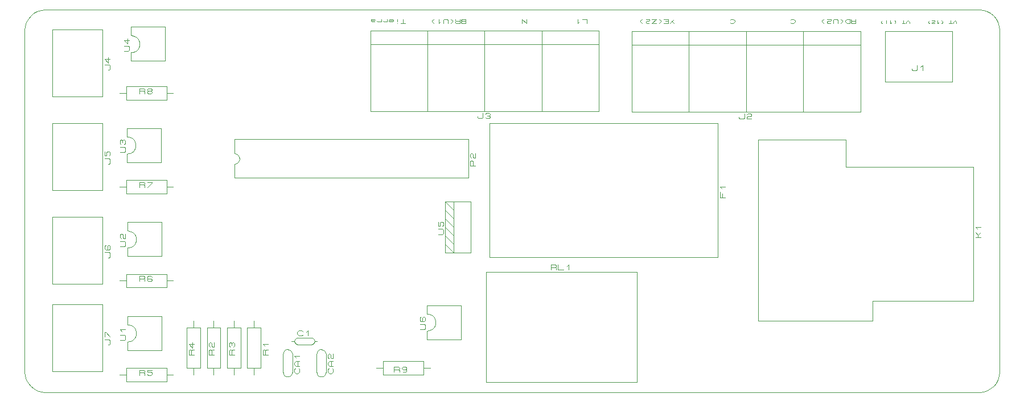
<source format=gbr>
G04 PROTEUS GERBER X2 FILE*
%TF.GenerationSoftware,Labcenter,Proteus,8.17-SP2-Build37159*%
%TF.CreationDate,2025-10-20T01:17:28+00:00*%
%TF.FileFunction,Legend,Top*%
%TF.FilePolarity,Positive*%
%TF.Part,Single*%
%TF.SameCoordinates,{dfd261b3-5dba-4516-bcbd-5d7d19192189}*%
%FSLAX45Y45*%
%MOMM*%
G01*
%TA.AperFunction,Profile*%
%ADD19C,0.101600*%
%TA.AperFunction,Material*%
%ADD20C,0.101600*%
%TA.AperFunction,NonMaterial*%
%ADD21C,0.101600*%
%TD.AperFunction*%
D19*
X+3390000Y+2940000D02*
X+3450453Y+2933904D01*
X+3506763Y+2916421D01*
X+3557722Y+2888758D01*
X+3602122Y+2852122D01*
X+3638758Y+2807722D01*
X+3666421Y+2756763D01*
X+3683904Y+2700453D01*
X+3690000Y+2640000D01*
X+3390000Y-2760000D02*
X+3450453Y-2753904D01*
X+3506763Y-2736421D01*
X+3557722Y-2708758D01*
X+3602122Y-2672122D01*
X+3638758Y-2627722D01*
X+3666421Y-2576763D01*
X+3683904Y-2520453D01*
X+3690000Y-2460000D01*
X-10810000Y-2460000D02*
X-10803904Y-2520453D01*
X-10786421Y-2576763D01*
X-10758758Y-2627722D01*
X-10722122Y-2672122D01*
X-10677722Y-2708758D01*
X-10626763Y-2736421D01*
X-10570453Y-2753904D01*
X-10510000Y-2760000D01*
X-10810000Y+2640000D02*
X-10803904Y+2700453D01*
X-10786421Y+2756763D01*
X-10758758Y+2807722D01*
X-10722122Y+2852122D01*
X-10677722Y+2888758D01*
X-10626763Y+2916421D01*
X-10570453Y+2933904D01*
X-10510000Y+2940000D01*
X-10810000Y-2460000D02*
X-10810000Y+2640000D01*
X-10510000Y+2940000D02*
X+3390000Y+2940000D01*
X+3690000Y+2640000D02*
X+3690000Y-2460000D01*
X+3390000Y-2760000D02*
X-10510000Y-2760000D01*
D20*
X+1990000Y+2620000D02*
X+2990000Y+2620000D01*
X+1990000Y+1870000D02*
X+2990000Y+1870000D01*
X+1990000Y+2620000D02*
X+1990000Y+1870000D01*
X+2990000Y+1870000D02*
X+2990000Y+2620000D01*
X+2383320Y+2065880D02*
X+2383320Y+2053180D01*
X+2396655Y+2040480D01*
X+2449995Y+2040480D01*
X+2463330Y+2053180D01*
X+2463330Y+2116680D01*
X+2516670Y+2091280D02*
X+2543340Y+2116680D01*
X+2543340Y+2040480D01*
X+1620000Y+1420000D02*
X+1620000Y+2620000D01*
X-1780000Y+2620000D01*
X-1780000Y+1420000D01*
X+1620000Y+1420000D02*
X-1780000Y+1420000D01*
X+770000Y+1420000D02*
X+770000Y+2620000D01*
X-80000Y+1420000D02*
X-80000Y+2620000D01*
X-930000Y+1420000D02*
X-930000Y+2620000D01*
X+1620000Y+2420000D02*
X-1780000Y+2420000D01*
X-186680Y+1338720D02*
X-186680Y+1326020D01*
X-173345Y+1313320D01*
X-120005Y+1313320D01*
X-106670Y+1326020D01*
X-106670Y+1389520D01*
X-66665Y+1376820D02*
X-53330Y+1389520D01*
X-13325Y+1389520D01*
X+10Y+1376820D01*
X+10Y+1364120D01*
X-13325Y+1351420D01*
X-53330Y+1351420D01*
X-66665Y+1338720D01*
X-66665Y+1313320D01*
X+10Y+1313320D01*
D21*
X+2350000Y+2735240D02*
X+2350000Y+2758100D01*
X+2326188Y+2780960D01*
X+2302375Y+2758100D01*
X+2302375Y+2735240D01*
X+2286500Y+2735240D02*
X+2238875Y+2735240D01*
X+2262688Y+2735240D02*
X+2262688Y+2780960D01*
X+2127750Y+2735240D02*
X+2143625Y+2750480D01*
X+2143625Y+2765720D01*
X+2127750Y+2780960D01*
X+2080125Y+2750480D02*
X+2064250Y+2735240D01*
X+2064250Y+2780960D01*
X+2016625Y+2750480D02*
X+2000750Y+2735240D01*
X+2000750Y+2780960D01*
X+1945188Y+2735240D02*
X+1929313Y+2750480D01*
X+1929313Y+2765720D01*
X+1945188Y+2780960D01*
X+3050000Y+2735240D02*
X+3050000Y+2758100D01*
X+3026188Y+2780960D01*
X+3002375Y+2758100D01*
X+3002375Y+2735240D01*
X+2986500Y+2735240D02*
X+2938875Y+2735240D01*
X+2962688Y+2735240D02*
X+2962688Y+2780960D01*
X+2827750Y+2735240D02*
X+2843625Y+2750480D01*
X+2843625Y+2765720D01*
X+2827750Y+2780960D01*
X+2780125Y+2750480D02*
X+2764250Y+2735240D01*
X+2764250Y+2780960D01*
X+2724563Y+2742860D02*
X+2716625Y+2735240D01*
X+2692813Y+2735240D01*
X+2684875Y+2742860D01*
X+2684875Y+2750480D01*
X+2692813Y+2758100D01*
X+2716625Y+2758100D01*
X+2724563Y+2765720D01*
X+2724563Y+2780960D01*
X+2684875Y+2780960D01*
X+2645188Y+2735240D02*
X+2629313Y+2750480D01*
X+2629313Y+2765720D01*
X+2645188Y+2780960D01*
D20*
X+3300000Y+600000D02*
X+3300000Y-1400000D01*
X+1400000Y+600000D02*
X+3300000Y+600000D01*
X+1400000Y+600000D02*
X+1400000Y+1000000D01*
X+200000Y+1000000D01*
X+100000Y+1000000D01*
X+100000Y-1700000D01*
X+3300000Y-1400000D02*
X+1800000Y-1400000D01*
X+1800000Y-1700000D01*
X+100000Y-1700000D02*
X+1800000Y-1700000D01*
X+3330480Y-456680D02*
X+3406680Y-456680D01*
X+3330480Y-376670D02*
X+3368580Y-416675D01*
X+3406680Y-376670D01*
X+3368580Y-456680D02*
X+3368580Y-416675D01*
X+3355880Y-323330D02*
X+3330480Y-296660D01*
X+3406680Y-296660D01*
D21*
X+1550000Y+2801280D02*
X+1550000Y+2740320D01*
X+1494438Y+2740320D01*
X+1483325Y+2750480D01*
X+1483325Y+2760640D01*
X+1494438Y+2770800D01*
X+1550000Y+2770800D01*
X+1494438Y+2770800D02*
X+1483325Y+2780960D01*
X+1483325Y+2801280D01*
X+1461100Y+2801280D02*
X+1461100Y+2740320D01*
X+1416650Y+2740320D01*
X+1394425Y+2760640D01*
X+1394425Y+2780960D01*
X+1416650Y+2801280D01*
X+1461100Y+2801280D01*
X+1327750Y+2740320D02*
X+1349975Y+2760640D01*
X+1349975Y+2780960D01*
X+1327750Y+2801280D01*
X+1283300Y+2740320D02*
X+1283300Y+2791120D01*
X+1272188Y+2801280D01*
X+1227738Y+2801280D01*
X+1216625Y+2791120D01*
X+1216625Y+2740320D01*
X+1183288Y+2750480D02*
X+1172175Y+2740320D01*
X+1138838Y+2740320D01*
X+1127725Y+2750480D01*
X+1127725Y+2760640D01*
X+1138838Y+2770800D01*
X+1172175Y+2770800D01*
X+1183288Y+2780960D01*
X+1183288Y+2801280D01*
X+1127725Y+2801280D01*
X+1072163Y+2740320D02*
X+1049938Y+2760640D01*
X+1049938Y+2780960D01*
X+1072163Y+2801280D01*
X+583325Y+2791120D02*
X+594438Y+2801280D01*
X+627775Y+2801280D01*
X+650000Y+2780960D01*
X+650000Y+2760640D01*
X+627775Y+2740320D01*
X+594438Y+2740320D01*
X+583325Y+2750480D01*
X-316675Y+2791120D02*
X-305562Y+2801280D01*
X-272225Y+2801280D01*
X-250000Y+2780960D01*
X-250000Y+2760640D01*
X-272225Y+2740320D01*
X-305562Y+2740320D01*
X-316675Y+2750480D01*
X-1216675Y+2740320D02*
X-1150000Y+2801280D01*
X-1150000Y+2740320D02*
X-1183337Y+2770800D01*
X-1305575Y+2801280D02*
X-1238900Y+2801280D01*
X-1238900Y+2740320D01*
X-1305575Y+2740320D01*
X-1238900Y+2770800D02*
X-1283350Y+2770800D01*
X-1372250Y+2740320D02*
X-1350025Y+2760640D01*
X-1350025Y+2780960D01*
X-1372250Y+2801280D01*
X-1416700Y+2740320D02*
X-1483375Y+2740320D01*
X-1416700Y+2801280D01*
X-1483375Y+2801280D01*
X-1516712Y+2750480D02*
X-1527825Y+2740320D01*
X-1561162Y+2740320D01*
X-1572275Y+2750480D01*
X-1572275Y+2760640D01*
X-1561162Y+2770800D01*
X-1527825Y+2770800D01*
X-1516712Y+2780960D01*
X-1516712Y+2801280D01*
X-1572275Y+2801280D01*
X-1627837Y+2740320D02*
X-1650062Y+2760640D01*
X-1650062Y+2780960D01*
X-1627837Y+2801280D01*
X-2450000Y+2740320D02*
X-2450000Y+2801280D01*
X-2516675Y+2801280D01*
X-2561125Y+2760640D02*
X-2583350Y+2740320D01*
X-2583350Y+2801280D01*
X-3350000Y+2801280D02*
X-3350000Y+2740320D01*
X-3416675Y+2801280D01*
X-3416675Y+2740320D01*
X-4250000Y+2801280D02*
X-4250000Y+2740320D01*
X-4305562Y+2740320D01*
X-4316675Y+2750480D01*
X-4316675Y+2760640D01*
X-4305562Y+2770800D01*
X-4316675Y+2780960D01*
X-4316675Y+2791120D01*
X-4305562Y+2801280D01*
X-4250000Y+2801280D01*
X-4250000Y+2770800D02*
X-4305562Y+2770800D01*
X-4338900Y+2801280D02*
X-4338900Y+2740320D01*
X-4394462Y+2740320D01*
X-4405575Y+2750480D01*
X-4405575Y+2760640D01*
X-4394462Y+2770800D01*
X-4338900Y+2770800D01*
X-4394462Y+2770800D02*
X-4405575Y+2780960D01*
X-4405575Y+2801280D01*
X-4472250Y+2740320D02*
X-4450025Y+2760640D01*
X-4450025Y+2780960D01*
X-4472250Y+2801280D01*
X-4516700Y+2740320D02*
X-4516700Y+2791120D01*
X-4527812Y+2801280D01*
X-4572262Y+2801280D01*
X-4583375Y+2791120D01*
X-4583375Y+2740320D01*
X-4627825Y+2760640D02*
X-4650050Y+2740320D01*
X-4650050Y+2801280D01*
X-4727837Y+2740320D02*
X-4750062Y+2760640D01*
X-4750062Y+2780960D01*
X-4727837Y+2801280D01*
X-5150000Y+2740320D02*
X-5216675Y+2740320D01*
X-5183337Y+2740320D02*
X-5183337Y+2801280D01*
X-5272237Y+2760640D02*
X-5272237Y+2801280D01*
X-5272237Y+2740320D02*
X-5272237Y+2740320D01*
X-5327800Y+2780960D02*
X-5394475Y+2780960D01*
X-5394475Y+2770800D01*
X-5383362Y+2760640D01*
X-5338912Y+2760640D01*
X-5327800Y+2770800D01*
X-5327800Y+2791120D01*
X-5338912Y+2801280D01*
X-5383362Y+2801280D01*
X-5416700Y+2801280D02*
X-5416700Y+2760640D01*
X-5416700Y+2770800D02*
X-5427812Y+2760640D01*
X-5472262Y+2760640D01*
X-5483375Y+2770800D01*
X-5505600Y+2801280D02*
X-5505600Y+2760640D01*
X-5505600Y+2770800D02*
X-5516712Y+2760640D01*
X-5561162Y+2760640D01*
X-5572275Y+2770800D01*
X-5605612Y+2760640D02*
X-5650062Y+2760640D01*
X-5661175Y+2770800D01*
X-5661175Y+2801280D01*
X-5605612Y+2801280D01*
X-5594500Y+2791120D01*
X-5605612Y+2780960D01*
X-5661175Y+2780960D01*
D20*
X-500000Y+1250000D02*
X-3900000Y+1250000D01*
X-500000Y+1250000D02*
X-500000Y-750000D01*
X-3900000Y+1250000D02*
X-3900000Y-750000D01*
X-500000Y-750000D02*
X-3900000Y-750000D01*
X-393320Y+143320D02*
X-469520Y+143320D01*
X-469520Y+223330D01*
X-431420Y+143320D02*
X-431420Y+196660D01*
X-444120Y+276670D02*
X-469520Y+303340D01*
X-393320Y+303340D01*
X-4427000Y-681000D02*
X-4173000Y-681000D01*
X-4173000Y+81000D01*
X-4427000Y+81000D01*
X-4427000Y-681000D01*
X-4554000Y-681000D01*
X-4554000Y+81000D01*
X-4427000Y+81000D01*
X-4427000Y-681000D02*
X-4554000Y-554000D01*
X-4427000Y-554000D02*
X-4554000Y-427000D01*
X-4427000Y-427000D02*
X-4554000Y-300000D01*
X-4427000Y-300000D02*
X-4554000Y-173000D01*
X-4427000Y-173000D02*
X-4554000Y-46000D01*
X-4427000Y-46000D02*
X-4554000Y+81000D01*
X-4660680Y-406680D02*
X-4597180Y-406680D01*
X-4584480Y-393345D01*
X-4584480Y-340005D01*
X-4597180Y-326670D01*
X-4660680Y-326670D01*
X-4660680Y-219990D02*
X-4660680Y-286665D01*
X-4635280Y-286665D01*
X-4635280Y-233325D01*
X-4622580Y-219990D01*
X-4597180Y-219990D01*
X-4584480Y-233325D01*
X-4584480Y-273330D01*
X-4597180Y-286665D01*
X-3950000Y-2609000D02*
X-1700000Y-2609000D01*
X-1700000Y-969000D01*
X-3950000Y-969000D01*
X-3950000Y-2609000D01*
X-2985020Y-938520D02*
X-2985020Y-862320D01*
X-2918345Y-862320D01*
X-2905010Y-875020D01*
X-2905010Y-887720D01*
X-2918345Y-900420D01*
X-2985020Y-900420D01*
X-2918345Y-900420D02*
X-2905010Y-913120D01*
X-2905010Y-938520D01*
X-2878340Y-862320D02*
X-2878340Y-938520D01*
X-2798330Y-938520D01*
X-2744990Y-887720D02*
X-2718320Y-862320D01*
X-2718320Y-938520D01*
X-7691460Y+438000D02*
X-4211460Y+438000D01*
X-7691460Y+1008000D02*
X-4211460Y+1008000D01*
X-4211460Y+438000D02*
X-4211460Y+1008000D01*
X-7691460Y+638000D02*
X-7660323Y+644288D01*
X-7634894Y+661434D01*
X-7617748Y+686863D01*
X-7611460Y+718000D01*
X-7617748Y+749137D01*
X-7634894Y+774566D01*
X-7660323Y+791712D01*
X-7691460Y+798000D01*
X-7691460Y+1008000D02*
X-7691460Y+798000D01*
X-7691460Y+438000D02*
X-7691460Y+638000D01*
X-4104780Y+612320D02*
X-4180980Y+612320D01*
X-4180980Y+678995D01*
X-4168280Y+692330D01*
X-4155580Y+692330D01*
X-4142880Y+678995D01*
X-4142880Y+612320D01*
X-4168280Y+732335D02*
X-4180980Y+745670D01*
X-4180980Y+785675D01*
X-4168280Y+799010D01*
X-4155580Y+799010D01*
X-4142880Y+785675D01*
X-4142880Y+745670D01*
X-4130180Y+732335D01*
X-4104780Y+732335D01*
X-4104780Y+799010D01*
X-9650000Y+2650000D02*
X-9650000Y+1650000D01*
X-10400000Y+2650000D02*
X-10400000Y+1650000D01*
X-9650000Y+2650000D02*
X-10400000Y+2650000D01*
X-10400000Y+1650000D02*
X-9650000Y+1650000D01*
X-9568720Y+2043320D02*
X-9556020Y+2043320D01*
X-9543320Y+2056655D01*
X-9543320Y+2109995D01*
X-9556020Y+2123330D01*
X-9619520Y+2123330D01*
X-9568720Y+2230010D02*
X-9568720Y+2150000D01*
X-9619520Y+2203340D01*
X-9543320Y+2203340D01*
X-9650000Y+1250000D02*
X-9650000Y+250000D01*
X-10400000Y+1250000D02*
X-10400000Y+250000D01*
X-9650000Y+1250000D02*
X-10400000Y+1250000D01*
X-10400000Y+250000D02*
X-9650000Y+250000D01*
X-9568720Y+643320D02*
X-9556020Y+643320D01*
X-9543320Y+656655D01*
X-9543320Y+709995D01*
X-9556020Y+723330D01*
X-9619520Y+723330D01*
X-9619520Y+830010D02*
X-9619520Y+763335D01*
X-9594120Y+763335D01*
X-9594120Y+816675D01*
X-9581420Y+830010D01*
X-9556020Y+830010D01*
X-9543320Y+816675D01*
X-9543320Y+776670D01*
X-9556020Y+763335D01*
X-9650000Y-150000D02*
X-9650000Y-1150000D01*
X-10400000Y-150000D02*
X-10400000Y-1150000D01*
X-9650000Y-150000D02*
X-10400000Y-150000D01*
X-10400000Y-1150000D02*
X-9650000Y-1150000D01*
X-9568720Y-756680D02*
X-9556020Y-756680D01*
X-9543320Y-743345D01*
X-9543320Y-690005D01*
X-9556020Y-676670D01*
X-9619520Y-676670D01*
X-9606820Y-569990D02*
X-9619520Y-583325D01*
X-9619520Y-623330D01*
X-9606820Y-636665D01*
X-9556020Y-636665D01*
X-9543320Y-623330D01*
X-9543320Y-583325D01*
X-9556020Y-569990D01*
X-9568720Y-569990D01*
X-9581420Y-583325D01*
X-9581420Y-636665D01*
X-9650000Y-1450000D02*
X-9650000Y-2450000D01*
X-10400000Y-1450000D02*
X-10400000Y-2450000D01*
X-9650000Y-1450000D02*
X-10400000Y-1450000D01*
X-10400000Y-2450000D02*
X-9650000Y-2450000D01*
X-9568720Y-2056680D02*
X-9556020Y-2056680D01*
X-9543320Y-2043345D01*
X-9543320Y-1990005D01*
X-9556020Y-1976670D01*
X-9619520Y-1976670D01*
X-9619520Y-1936665D02*
X-9619520Y-1869990D01*
X-9606820Y-1869990D01*
X-9543320Y-1936665D01*
X-8600000Y+1700000D02*
X-8700000Y+1700000D01*
X-8700000Y+1600000D02*
X-8700000Y+1800000D01*
X-9300000Y+1800000D01*
X-9300000Y+1600000D01*
X-8700000Y+1600000D01*
X-9300000Y+1700000D02*
X-9400000Y+1700000D01*
X-9106680Y+1693320D02*
X-9106680Y+1769520D01*
X-9040005Y+1769520D01*
X-9026670Y+1756820D01*
X-9026670Y+1744120D01*
X-9040005Y+1731420D01*
X-9106680Y+1731420D01*
X-9040005Y+1731420D02*
X-9026670Y+1718720D01*
X-9026670Y+1693320D01*
X-8973330Y+1731420D02*
X-8986665Y+1744120D01*
X-8986665Y+1756820D01*
X-8973330Y+1769520D01*
X-8933325Y+1769520D01*
X-8919990Y+1756820D01*
X-8919990Y+1744120D01*
X-8933325Y+1731420D01*
X-8973330Y+1731420D01*
X-8986665Y+1718720D01*
X-8986665Y+1706020D01*
X-8973330Y+1693320D01*
X-8933325Y+1693320D01*
X-8919990Y+1706020D01*
X-8919990Y+1718720D01*
X-8933325Y+1731420D01*
X-8600000Y+300000D02*
X-8700000Y+300000D01*
X-8700000Y+200000D02*
X-8700000Y+400000D01*
X-9300000Y+400000D01*
X-9300000Y+200000D01*
X-8700000Y+200000D01*
X-9300000Y+300000D02*
X-9400000Y+300000D01*
X-9106680Y+293320D02*
X-9106680Y+369520D01*
X-9040005Y+369520D01*
X-9026670Y+356820D01*
X-9026670Y+344120D01*
X-9040005Y+331420D01*
X-9106680Y+331420D01*
X-9040005Y+331420D02*
X-9026670Y+318720D01*
X-9026670Y+293320D01*
X-8986665Y+369520D02*
X-8919990Y+369520D01*
X-8919990Y+356820D01*
X-8986665Y+293320D01*
X-8600000Y-1100000D02*
X-8700000Y-1100000D01*
X-8700000Y-1200000D02*
X-8700000Y-1000000D01*
X-9300000Y-1000000D01*
X-9300000Y-1200000D01*
X-8700000Y-1200000D01*
X-9300000Y-1100000D02*
X-9400000Y-1100000D01*
X-9106680Y-1106680D02*
X-9106680Y-1030480D01*
X-9040005Y-1030480D01*
X-9026670Y-1043180D01*
X-9026670Y-1055880D01*
X-9040005Y-1068580D01*
X-9106680Y-1068580D01*
X-9040005Y-1068580D02*
X-9026670Y-1081280D01*
X-9026670Y-1106680D01*
X-8919990Y-1043180D02*
X-8933325Y-1030480D01*
X-8973330Y-1030480D01*
X-8986665Y-1043180D01*
X-8986665Y-1093980D01*
X-8973330Y-1106680D01*
X-8933325Y-1106680D01*
X-8919990Y-1093980D01*
X-8919990Y-1081280D01*
X-8933325Y-1068580D01*
X-8986665Y-1068580D01*
X-8600000Y-2500000D02*
X-8700000Y-2500000D01*
X-8700000Y-2600000D02*
X-8700000Y-2400000D01*
X-9300000Y-2400000D01*
X-9300000Y-2600000D01*
X-8700000Y-2600000D01*
X-9300000Y-2500000D02*
X-9400000Y-2500000D01*
X-9106680Y-2506680D02*
X-9106680Y-2430480D01*
X-9040005Y-2430480D01*
X-9026670Y-2443180D01*
X-9026670Y-2455880D01*
X-9040005Y-2468580D01*
X-9106680Y-2468580D01*
X-9040005Y-2468580D02*
X-9026670Y-2481280D01*
X-9026670Y-2506680D01*
X-8919990Y-2430480D02*
X-8986665Y-2430480D01*
X-8986665Y-2455880D01*
X-8933325Y-2455880D01*
X-8919990Y-2468580D01*
X-8919990Y-2493980D01*
X-8933325Y-2506680D01*
X-8973330Y-2506680D01*
X-8986665Y-2493980D01*
X-9287000Y+1048000D02*
X-9287000Y+1175000D01*
X-8779000Y+1175000D01*
X-8779000Y+667000D01*
X-9287000Y+667000D01*
X-9287000Y+794000D01*
X-9160000Y+921000D02*
X-9162436Y+946876D01*
X-9169485Y+970848D01*
X-9180762Y+992438D01*
X-9195878Y+1011170D01*
X-9214446Y+1026569D01*
X-9236081Y+1038158D01*
X-9260394Y+1045460D01*
X-9287000Y+1048000D01*
X-9160000Y+921000D02*
X-9162436Y+894394D01*
X-9169485Y+870081D01*
X-9180762Y+848446D01*
X-9195878Y+829878D01*
X-9214446Y+814762D01*
X-9236081Y+803485D01*
X-9260394Y+796436D01*
X-9287000Y+794000D01*
X-9393680Y+814320D02*
X-9330180Y+814320D01*
X-9317480Y+827655D01*
X-9317480Y+880995D01*
X-9330180Y+894330D01*
X-9393680Y+894330D01*
X-9380980Y+934335D02*
X-9393680Y+947670D01*
X-9393680Y+987675D01*
X-9380980Y+1001010D01*
X-9368280Y+1001010D01*
X-9355580Y+987675D01*
X-9342880Y+1001010D01*
X-9330180Y+1001010D01*
X-9317480Y+987675D01*
X-9317480Y+947670D01*
X-9330180Y+934335D01*
X-9355580Y+961005D02*
X-9355580Y+987675D01*
X-9281000Y-354000D02*
X-9281000Y-227000D01*
X-8773000Y-227000D01*
X-8773000Y-735000D01*
X-9281000Y-735000D01*
X-9281000Y-608000D01*
X-9154000Y-481000D02*
X-9156436Y-455124D01*
X-9163485Y-431152D01*
X-9174762Y-409562D01*
X-9189878Y-390830D01*
X-9208446Y-375431D01*
X-9230081Y-363842D01*
X-9254394Y-356540D01*
X-9281000Y-354000D01*
X-9154000Y-481000D02*
X-9156436Y-507606D01*
X-9163485Y-531919D01*
X-9174762Y-553554D01*
X-9189878Y-572122D01*
X-9208446Y-587238D01*
X-9230081Y-598515D01*
X-9254394Y-605564D01*
X-9281000Y-608000D01*
X-9387680Y-587680D02*
X-9324180Y-587680D01*
X-9311480Y-574345D01*
X-9311480Y-521005D01*
X-9324180Y-507670D01*
X-9387680Y-507670D01*
X-9374980Y-467665D02*
X-9387680Y-454330D01*
X-9387680Y-414325D01*
X-9374980Y-400990D01*
X-9362280Y-400990D01*
X-9349580Y-414325D01*
X-9349580Y-454330D01*
X-9336880Y-467665D01*
X-9311480Y-467665D01*
X-9311480Y-400990D01*
X-9281000Y-1754000D02*
X-9281000Y-1627000D01*
X-8773000Y-1627000D01*
X-8773000Y-2135000D01*
X-9281000Y-2135000D01*
X-9281000Y-2008000D01*
X-9154000Y-1881000D02*
X-9156436Y-1855124D01*
X-9163485Y-1831152D01*
X-9174762Y-1809562D01*
X-9189878Y-1790830D01*
X-9208446Y-1775431D01*
X-9230081Y-1763842D01*
X-9254394Y-1756540D01*
X-9281000Y-1754000D01*
X-9154000Y-1881000D02*
X-9156436Y-1907606D01*
X-9163485Y-1931919D01*
X-9174762Y-1953554D01*
X-9189878Y-1972122D01*
X-9208446Y-1987238D01*
X-9230081Y-1998515D01*
X-9254394Y-2005564D01*
X-9281000Y-2008000D01*
X-9387680Y-1987680D02*
X-9324180Y-1987680D01*
X-9311480Y-1974345D01*
X-9311480Y-1921005D01*
X-9324180Y-1907670D01*
X-9387680Y-1907670D01*
X-9362280Y-1854330D02*
X-9387680Y-1827660D01*
X-9311480Y-1827660D01*
X-8300000Y-1700000D02*
X-8300000Y-1800000D01*
X-8200000Y-1800000D02*
X-8400000Y-1800000D01*
X-8400000Y-2400000D01*
X-8200000Y-2400000D01*
X-8200000Y-1800000D01*
X-8300000Y-2400000D02*
X-8300000Y-2500000D01*
X-8293320Y-2206680D02*
X-8369520Y-2206680D01*
X-8369520Y-2140005D01*
X-8356820Y-2126670D01*
X-8344120Y-2126670D01*
X-8331420Y-2140005D01*
X-8331420Y-2206680D01*
X-8331420Y-2140005D02*
X-8318720Y-2126670D01*
X-8293320Y-2126670D01*
X-8318720Y-2019990D02*
X-8318720Y-2100000D01*
X-8369520Y-2046660D01*
X-8293320Y-2046660D01*
X-8000000Y-1700000D02*
X-8000000Y-1800000D01*
X-7900000Y-1800000D02*
X-8100000Y-1800000D01*
X-8100000Y-2400000D01*
X-7900000Y-2400000D01*
X-7900000Y-1800000D01*
X-8000000Y-2400000D02*
X-8000000Y-2500000D01*
X-7993320Y-2206680D02*
X-8069520Y-2206680D01*
X-8069520Y-2140005D01*
X-8056820Y-2126670D01*
X-8044120Y-2126670D01*
X-8031420Y-2140005D01*
X-8031420Y-2206680D01*
X-8031420Y-2140005D02*
X-8018720Y-2126670D01*
X-7993320Y-2126670D01*
X-8056820Y-2086665D02*
X-8069520Y-2073330D01*
X-8069520Y-2033325D01*
X-8056820Y-2019990D01*
X-8044120Y-2019990D01*
X-8031420Y-2033325D01*
X-8031420Y-2073330D01*
X-8018720Y-2086665D01*
X-7993320Y-2086665D01*
X-7993320Y-2019990D01*
X-7700000Y-1700000D02*
X-7700000Y-1800000D01*
X-7600000Y-1800000D02*
X-7800000Y-1800000D01*
X-7800000Y-2400000D01*
X-7600000Y-2400000D01*
X-7600000Y-1800000D01*
X-7700000Y-2400000D02*
X-7700000Y-2500000D01*
X-7693320Y-2206680D02*
X-7769520Y-2206680D01*
X-7769520Y-2140005D01*
X-7756820Y-2126670D01*
X-7744120Y-2126670D01*
X-7731420Y-2140005D01*
X-7731420Y-2206680D01*
X-7731420Y-2140005D02*
X-7718720Y-2126670D01*
X-7693320Y-2126670D01*
X-7756820Y-2086665D02*
X-7769520Y-2073330D01*
X-7769520Y-2033325D01*
X-7756820Y-2019990D01*
X-7744120Y-2019990D01*
X-7731420Y-2033325D01*
X-7718720Y-2019990D01*
X-7706020Y-2019990D01*
X-7693320Y-2033325D01*
X-7693320Y-2073330D01*
X-7706020Y-2086665D01*
X-7731420Y-2059995D02*
X-7731420Y-2033325D01*
X-7400000Y-1700000D02*
X-7400000Y-1800000D01*
X-7300000Y-1800000D02*
X-7500000Y-1800000D01*
X-7500000Y-2400000D01*
X-7300000Y-2400000D01*
X-7300000Y-1800000D01*
X-7400000Y-2400000D02*
X-7400000Y-2500000D01*
X-7193320Y-2206680D02*
X-7269520Y-2206680D01*
X-7269520Y-2140005D01*
X-7256820Y-2126670D01*
X-7244120Y-2126670D01*
X-7231420Y-2140005D01*
X-7231420Y-2206680D01*
X-7231420Y-2140005D02*
X-7218720Y-2126670D01*
X-7193320Y-2126670D01*
X-7244120Y-2073330D02*
X-7269520Y-2046660D01*
X-7193320Y-2046660D01*
X-4827000Y-1592000D02*
X-4827000Y-1465000D01*
X-4319000Y-1465000D01*
X-4319000Y-1973000D01*
X-4827000Y-1973000D01*
X-4827000Y-1846000D01*
X-4700000Y-1719000D02*
X-4702436Y-1693124D01*
X-4709485Y-1669152D01*
X-4720762Y-1647562D01*
X-4735878Y-1628830D01*
X-4754446Y-1613431D01*
X-4776081Y-1601842D01*
X-4800394Y-1594540D01*
X-4827000Y-1592000D01*
X-4700000Y-1719000D02*
X-4702436Y-1745606D01*
X-4709485Y-1769919D01*
X-4720762Y-1791554D01*
X-4735878Y-1810122D01*
X-4754446Y-1825238D01*
X-4776081Y-1836515D01*
X-4800394Y-1843564D01*
X-4827000Y-1846000D01*
X-4933680Y-1825680D02*
X-4870180Y-1825680D01*
X-4857480Y-1812345D01*
X-4857480Y-1759005D01*
X-4870180Y-1745670D01*
X-4933680Y-1745670D01*
X-4920980Y-1638990D02*
X-4933680Y-1652325D01*
X-4933680Y-1692330D01*
X-4920980Y-1705665D01*
X-4870180Y-1705665D01*
X-4857480Y-1692330D01*
X-4857480Y-1652325D01*
X-4870180Y-1638990D01*
X-4882880Y-1638990D01*
X-4895580Y-1652325D01*
X-4895580Y-1705665D01*
X-6750000Y-1950000D02*
X-6769460Y-1953930D01*
X-6785354Y-1964646D01*
X-6796070Y-1980540D01*
X-6800000Y-2000000D01*
X-6796070Y-2019460D01*
X-6785354Y-2035354D01*
X-6769460Y-2046070D01*
X-6750000Y-2050000D01*
X-6550000Y-1950000D02*
X-6530540Y-1953930D01*
X-6514646Y-1964646D01*
X-6503930Y-1980540D01*
X-6500000Y-2000000D01*
X-6503930Y-2019460D01*
X-6514646Y-2035354D01*
X-6530540Y-2046070D01*
X-6550000Y-2050000D01*
X-6750000Y-1950000D02*
X-6550000Y-1950000D01*
X-6550000Y-2050000D02*
X-6750000Y-2050000D01*
X-6800000Y-2000000D02*
X-6840000Y-2000000D01*
X-6500000Y-2000000D02*
X-6460000Y-2000000D01*
X-6676670Y-1906820D02*
X-6690005Y-1919520D01*
X-6730010Y-1919520D01*
X-6756680Y-1894120D01*
X-6756680Y-1868720D01*
X-6730010Y-1843320D01*
X-6690005Y-1843320D01*
X-6676670Y-1856020D01*
X-6623330Y-1868720D02*
X-6596660Y-1843320D01*
X-6596660Y-1919520D01*
X-6830000Y-2450000D02*
X-6835502Y-2481137D01*
X-6850505Y-2506566D01*
X-6872755Y-2523712D01*
X-6900000Y-2530000D01*
X-6927245Y-2523712D01*
X-6949495Y-2506566D01*
X-6964498Y-2481137D01*
X-6970000Y-2450000D01*
X-6830000Y-2200000D02*
X-6830000Y-2450000D01*
X-6970000Y-2200000D02*
X-6970000Y-2450000D01*
X-6830000Y-2200000D02*
X-6836288Y-2168863D01*
X-6853434Y-2143434D01*
X-6878863Y-2126288D01*
X-6910000Y-2120000D01*
X-6933352Y-2126288D01*
X-6952424Y-2143434D01*
X-6965284Y-2168863D01*
X-6970000Y-2200000D01*
X-6736020Y-2405010D02*
X-6723320Y-2418345D01*
X-6723320Y-2458350D01*
X-6748720Y-2485020D01*
X-6774120Y-2485020D01*
X-6799520Y-2458350D01*
X-6799520Y-2418345D01*
X-6786820Y-2405010D01*
X-6723320Y-2378340D02*
X-6774120Y-2378340D01*
X-6799520Y-2351670D01*
X-6799520Y-2325000D01*
X-6774120Y-2298330D01*
X-6723320Y-2298330D01*
X-6748720Y-2378340D02*
X-6748720Y-2298330D01*
X-6774120Y-2244990D02*
X-6799520Y-2218320D01*
X-6723320Y-2218320D01*
X-6330000Y-2450000D02*
X-6335502Y-2481137D01*
X-6350505Y-2506566D01*
X-6372755Y-2523712D01*
X-6400000Y-2530000D01*
X-6427245Y-2523712D01*
X-6449495Y-2506566D01*
X-6464498Y-2481137D01*
X-6470000Y-2450000D01*
X-6330000Y-2200000D02*
X-6330000Y-2450000D01*
X-6470000Y-2200000D02*
X-6470000Y-2450000D01*
X-6330000Y-2200000D02*
X-6336288Y-2168863D01*
X-6353434Y-2143434D01*
X-6378863Y-2126288D01*
X-6410000Y-2120000D01*
X-6433352Y-2126288D01*
X-6452424Y-2143434D01*
X-6465284Y-2168863D01*
X-6470000Y-2200000D01*
X-6236020Y-2405010D02*
X-6223320Y-2418345D01*
X-6223320Y-2458350D01*
X-6248720Y-2485020D01*
X-6274120Y-2485020D01*
X-6299520Y-2458350D01*
X-6299520Y-2418345D01*
X-6286820Y-2405010D01*
X-6223320Y-2378340D02*
X-6274120Y-2378340D01*
X-6299520Y-2351670D01*
X-6299520Y-2325000D01*
X-6274120Y-2298330D01*
X-6223320Y-2298330D01*
X-6248720Y-2378340D02*
X-6248720Y-2298330D01*
X-6286820Y-2258325D02*
X-6299520Y-2244990D01*
X-6299520Y-2204985D01*
X-6286820Y-2191650D01*
X-6274120Y-2191650D01*
X-6261420Y-2204985D01*
X-6261420Y-2244990D01*
X-6248720Y-2258325D01*
X-6223320Y-2258325D01*
X-6223320Y-2191650D01*
X-2270000Y+1430000D02*
X-2270000Y+2630000D01*
X-5670000Y+2630000D01*
X-5670000Y+1430000D01*
X-2270000Y+1430000D02*
X-5670000Y+1430000D01*
X-3120000Y+1430000D02*
X-3120000Y+2630000D01*
X-3970000Y+1430000D02*
X-3970000Y+2630000D01*
X-4820000Y+1430000D02*
X-4820000Y+2630000D01*
X-2270000Y+2430000D02*
X-5670000Y+2430000D01*
X-4076680Y+1348720D02*
X-4076680Y+1336020D01*
X-4063345Y+1323320D01*
X-4010005Y+1323320D01*
X-3996670Y+1336020D01*
X-3996670Y+1399520D01*
X-3956665Y+1386820D02*
X-3943330Y+1399520D01*
X-3903325Y+1399520D01*
X-3889990Y+1386820D01*
X-3889990Y+1374120D01*
X-3903325Y+1361420D01*
X-3889990Y+1348720D01*
X-3889990Y+1336020D01*
X-3903325Y+1323320D01*
X-3943330Y+1323320D01*
X-3956665Y+1336020D01*
X-3929995Y+1361420D02*
X-3903325Y+1361420D01*
X-9227000Y+2558000D02*
X-9227000Y+2685000D01*
X-8719000Y+2685000D01*
X-8719000Y+2177000D01*
X-9227000Y+2177000D01*
X-9227000Y+2304000D01*
X-9100000Y+2431000D02*
X-9102436Y+2456876D01*
X-9109485Y+2480848D01*
X-9120762Y+2502438D01*
X-9135878Y+2521170D01*
X-9154446Y+2536569D01*
X-9176081Y+2548158D01*
X-9200394Y+2555460D01*
X-9227000Y+2558000D01*
X-9100000Y+2431000D02*
X-9102436Y+2404394D01*
X-9109485Y+2380081D01*
X-9120762Y+2358446D01*
X-9135878Y+2339878D01*
X-9154446Y+2324762D01*
X-9176081Y+2313485D01*
X-9200394Y+2306436D01*
X-9227000Y+2304000D01*
X-9333680Y+2324320D02*
X-9270180Y+2324320D01*
X-9257480Y+2337655D01*
X-9257480Y+2390995D01*
X-9270180Y+2404330D01*
X-9333680Y+2404330D01*
X-9282880Y+2511010D02*
X-9282880Y+2431000D01*
X-9333680Y+2484340D01*
X-9257480Y+2484340D01*
X-5580000Y-2400000D02*
X-5480000Y-2400000D01*
X-5480000Y-2300000D02*
X-5480000Y-2500000D01*
X-4880000Y-2500000D01*
X-4880000Y-2300000D01*
X-5480000Y-2300000D01*
X-4880000Y-2400000D02*
X-4780000Y-2400000D01*
X-5316680Y-2459520D02*
X-5316680Y-2383320D01*
X-5250005Y-2383320D01*
X-5236670Y-2396020D01*
X-5236670Y-2408720D01*
X-5250005Y-2421420D01*
X-5316680Y-2421420D01*
X-5250005Y-2421420D02*
X-5236670Y-2434120D01*
X-5236670Y-2459520D01*
X-5129990Y-2408720D02*
X-5143325Y-2421420D01*
X-5183330Y-2421420D01*
X-5196665Y-2408720D01*
X-5196665Y-2396020D01*
X-5183330Y-2383320D01*
X-5143325Y-2383320D01*
X-5129990Y-2396020D01*
X-5129990Y-2446820D01*
X-5143325Y-2459520D01*
X-5183330Y-2459520D01*
M02*

</source>
